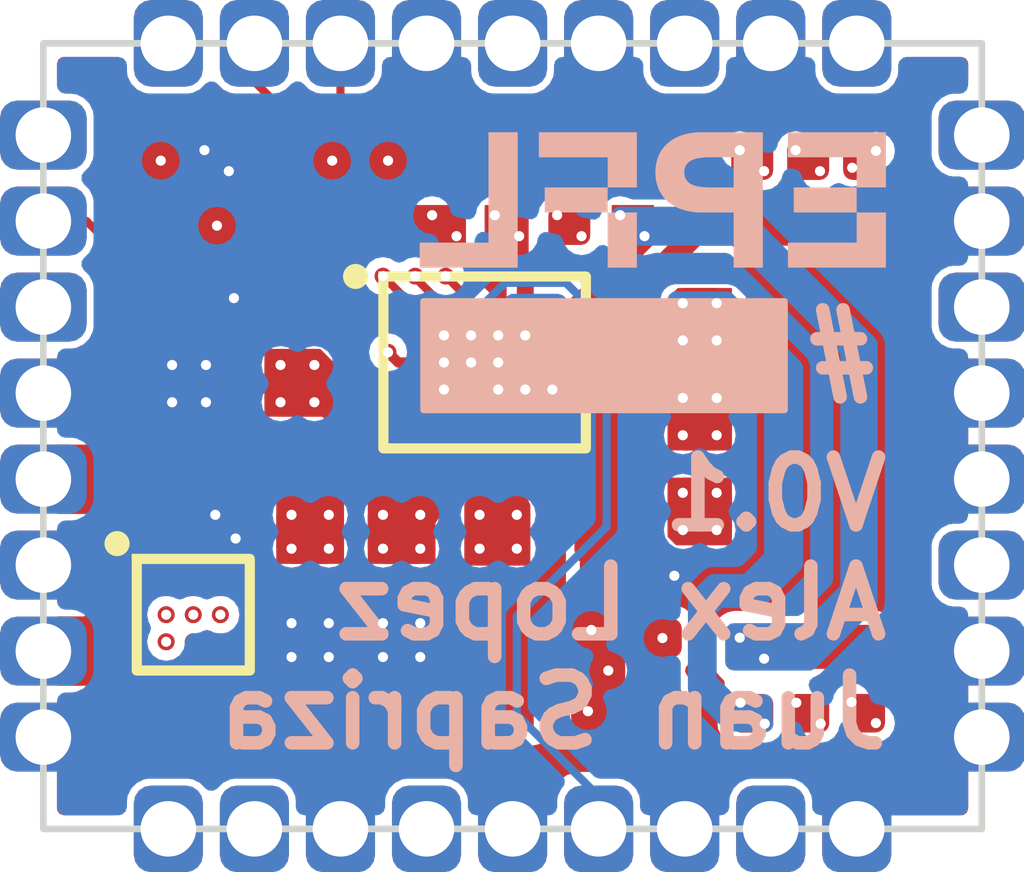
<source format=kicad_pcb>
(kicad_pcb (version 20240108) (generator "pcbnew") (generator_version "8.0")
  (layers (0 "F.Cu" signal) (1 "In1.Cu" signal) (2 "In2.Cu" signal) (3 "In3.Cu" signal) (4 "In4.Cu" signal) (31 "B.Cu" signal) (34 "B.Paste" user) (35 "F.Paste" user) (36 "B.SilkS" user "B.Silkscreen") (37 "F.SilkS" user "F.Silkscreen") (38 "B.Mask" user) (39 "F.Mask" user) (44 "Edge.Cuts" user))
  (net 0 "")
  (net 1 "GND")
  (net 2 "VBAT")
  (net 3 "Net-(U1-REG)")
  (net 4 "CHG_IN")
  (net 5 "BATT_GAUGE")
  (net 6 "VSYS")
  (net 7 "AVCC")
  (net 8 "VCORE")
  (net 9 "/[2] PMIC/LXB")
  (net 10 "/[2] PMIC/BST")
  (net 11 "VIO")
  (net 12 "/[2] PMIC/IN_LDO0")
  (net 13 "VLDO1")
  (net 14 "VLDO0")
  (net 15 "/[2] PMIC/VL")
  (net 16 "SCL")
  (net 17 "SDA")
  (net 18 "+1V8")
  (net 19 "GPIO0")
  (net 20 "GPIO1")
  (net 21 "GPIO2")
  (net 22 "ALRT")
  (net 23 "AMUX")
  (net 24 "nEN")
  (net 25 "nIRQ")
  (net 26 "nRST")
  (net 27 "/[2] PMIC/LXA")
  (net 29 "/[2] PMIC/IN_LDO1")
  (footprint "X-MODs_PcbLib:C0603" (layer "F.Cu") (at 142.4975 99.2325 180)
    (property "Reference" "C3" (hide yes))
    (property "Value" "4u70 25V" (hide yes))
  )
  (footprint "X-MODs_PcbLib:C0402" (layer "F.Cu") (at 141.7725 103.9325)
    (property "Reference" "C2" (hide yes))
    (property "Value" "470n 6V3" (hide yes))
  )
  (footprint "X-MODs_PcbLib:R0402" (layer "F.Cu") (at 142.1225 96.4325 90)
    (property "Reference" "R2" (hide yes))
    (property "Value" "0R00" (hide yes))
  )
  (footprint "X-MODs_PcbLib:C0603" (layer "F.Cu") (at 150.0475 101.1325)
    (property "Reference" "C7" (hide yes))
    (property "Value" "22u0 10V" (hide yes))
  )
  (footprint "X-MODs_PcbLib:C0402" (layer "F.Cu") (at 145.4725 96.4325 90)
    (property "Reference" "C11" (hide yes))
    (property "Value" "1u00 10V" (hide yes))
  )
  (footprint "X-MODs_PcbLib:C0603" (layer "F.Cu") (at 150.0475 98.3325)
    (property "Reference" "C9" (hide yes))
    (property "Value" "22u0 10V" (hide yes))
  )
  (footprint "X-MODs_PcbLib:R0402" (layer "F.Cu") (at 150.8475 96.4325 -90)
    (property "Reference" "R6" (hide yes))
    (property "Value" "0R00" (hide yes))
  )
  (footprint "X-MODs_PcbLib:C0402" (layer "F.Cu") (at 142.9975 98.1575 180)
    (property "Reference" "C16" (hide yes))
    (property "Value" "1u00 10V" (hide yes))
  )
  (footprint "X-MODs_PcbLib:C0402" (layer "F.Cu") (at 147.3225 96.4325 90)
    (property "Reference" "C15" (hide yes))
    (property "Value" "1u00 10V" (hide yes))
  )
  (footprint "X-MODs_PcbLib:R0402" (layer "F.Cu") (at 151.6725 103.6325 90)
    (property "Reference" "R10" (hide yes))
    (property "Value" "0R00" (hide yes))
  )
  (footprint "X-MODs_PcbLib:C0402" (layer "F.Cu") (at 141.7725 101.3575)
    (property "Reference" "C1" (hide yes))
    (property "Value" "100n 10V" (hide yes))
  )
  (footprint "X-MODs_PcbLib:C0402" (layer "F.Cu") (at 149.1975 96.4325 90)
    (property "Reference" "C13" (hide yes))
    (property "Value" "2u20 16V" (hide yes))
  )
  (footprint "X-MODs_PcbLib:L0806" (layer "F.Cu") (at 146.9475 103.4825 180)
    (property "Reference" "L1" (hide yes))
    (property "Value" "1u50" (hide yes))
  )
  (footprint "X-MODs_PcbLib:R0402" (layer "F.Cu") (at 150.8475 103.6325 90)
    (property "Reference" "R11" (hide yes))
    (property "Value" "0R00" (hide yes))
  )
  (footprint "X-MODs_PcbLib:C0402" (layer "F.Cu") (at 148.2475 96.4325 90)
    (property "Reference" "C12" (hide yes))
    (property "Value" "2u20 16V" (hide yes))
  )
  (footprint "X-MODs_PcbLib:C0402" (layer "F.Cu") (at 148.6725 103.4825 90)
    (property "Reference" "C10" (hide yes))
    (property "Value" "3n30 16V" (hide yes))
  )
  (footprint "X-MODs_PcbLib:R0402" (layer "F.Cu") (at 151.6725 96.4325 -90)
    (property "Reference" "R5" (hide yes))
    (property "Value" "0R00" (hide yes))
  )
  (footprint "X-MODs_PcbLib:C0603" (layer "F.Cu") (at 143.4975 102.2325 -90)
    (property "Reference" "C6" (hide yes))
    (property "Value" "22u0 10V" (hide yes))
  )
  (footprint "X-MODs_PcbLib:WLCSP-30_2.788x2.338mm_P0.4mm" (layer "F.Cu") (at 146.0725 98.9325)
    (property "Reference" "U2" (hide yes))
    (property "Value" "MAX77654MENV+T" (hide yes))
  )
  (footprint "X-MODs_PcbLib:C0603" (layer "F.Cu") (at 150.0475 99.7325)
    (property "Reference" "C8" (hide yes))
    (property "Value" "22u0 10V" (hide yes))
  )
  (footprint "X-MODs_PcbLib:WLCSP-9_1.468x1.448mm_P0.4mm" (layer "F.Cu") (at 141.7725 102.6575)
    (property "Reference" "U1" (hide yes))
    (property "Value" "MAX17262REWL+T" (hide yes))
  )
  (footprint "X-MODs_PcbLib:R0402" (layer "F.Cu") (at 144.6475 96.4325 -90)
    (property "Reference" "R8" (hide yes))
    (property "Value" "100K" (hide yes))
  )
  (footprint "X-MODs_PcbLib:C0603" (layer "F.Cu") (at 147.0725 101.4325)
    (property "Reference" "C5" (hide yes))
    (property "Value" "22u0 10V" (hide yes))
  )
  (footprint "X-MODs_PcbLib:R0402" (layer "F.Cu") (at 141.2925 96.4325 90)
    (property "Reference" "R1" (hide yes))
    (property "Value" "TBD" (hide yes))
  )
  (footprint "X-MODs_PcbLib:C0603" (layer "F.Cu") (at 144.8475 102.2325 -90)
    (property "Reference" "C4" (hide yes))
    (property "Value" "4u70 25V" (hide yes))
  )
  (footprint "X-MODs_PcbLib:R0402" (layer "F.Cu") (at 150.0225 103.6325 90)
    (property "Reference" "R12" (hide yes))
    (property "Value" "0R00" (hide yes))
  )
  (footprint "X-MODs_PcbLib:Power_Board_Castellated_Conn_1.27mm" (layer "F.Cu") (at 146.485 100.02)
    (property "Reference" "J1" (hide yes))
    (property "Value" "~" (hide yes))
  )
  (footprint "X-MODs_PcbLib:C0402" (layer "F.Cu") (at 146.3975 96.4325 90)
    (property "Reference" "C14" (hide yes))
    (property "Value" "1u00 10V" (hide yes))
  )
  (footprint "X-MODs_PcbLib:R0402" (layer "F.Cu") (at 150.0225 96.4325 -90)
    (property "Reference" "R7" (hide yes))
    (property "Value" "0R00" (hide yes))
  )
  (footprint "X-MODs_PcbLib:R0402" (layer "F.Cu") (at 143.8225 96.4325 -90)
    (property "Reference" "R9" (hide yes))
    (property "Value" "100K" (hide yes))
  )
  (gr_poly (pts (xy 151.56377 97.162757) (xy 150.548485 97.162757) (xy 150.548485 97.5325) (xy 151.995012 97.5325) (xy 151.995012 96.717556) (xy 151.56377 96.717556)) (stroke (width -0.000001)) (fill solid) (layer "B.SilkS"))
  (gr_rect (start 145.1725 98.0325) (end 150.4975 99.6325) (stroke (width 0.1)) (fill solid) (layer "B.SilkS"))
  (gr_poly (pts (xy 146.959711 96.717556) (xy 147.888219 96.717556) (xy 147.888219 96.347812) (xy 146.959711 96.347812)) (stroke (width -0.000001)) (fill solid) (layer "B.SilkS"))
  (gr_poly (pts (xy 150.548485 95.902611) (xy 151.56377 95.902611) (xy 151.56377 96.347812) (xy 151.995012 96.347812) (xy 151.995012 95.532868) (xy 150.548485 95.532868)) (stroke (width -0.000001)) (fill solid) (layer "B.SilkS"))
  (gr_poly (pts (xy 146.129296 97.162757) (xy 145.114014 97.162757) (xy 145.114014 97.5325) (xy 146.560539 97.5325) (xy 146.560539 95.532868) (xy 146.129296 95.532868)) (stroke (width -0.000001)) (fill solid) (layer "B.SilkS"))
  (gr_poly (pts (xy 149.244444 95.532748) (xy 149.224039 95.533386) (xy 149.203667 95.534488) (xy 149.183336 95.536052) (xy 149.163053 95.538078) (xy 149.142827 95.540563) (xy 149.122665 95.543507) (xy 149.102576 95.546909) (xy 149.082566 95.550766) (xy 149.062644 95.555079) (xy 149.042818 95.559846) (xy 149.023095 95.565065) (xy 149.003483 95.570735) (xy 148.983991 95.576855) (xy 148.964625 95.583424) (xy 148.949716 95.58904) (xy 148.934976 95.595037) (xy 148.920414 95.60141) (xy 148.906034 95.608157) (xy 148.891846 95.615271) (xy 148.877855 95.622749) (xy 148.864068 95.630587) (xy 148.850493 95.638781) (xy 148.837136 95.647325) (xy 148.824004 95.656217) (xy 148.811104 95.66545) (xy 148.798442 95.675023) (xy 148.786027 95.684929) (xy 148.773865 95.695164) (xy 148.761962 95.705725) (xy 148.750325 95.716607) (xy 148.750325 95.716608) (xy 148.740391 95.726796) (xy 148.730759 95.737242) (xy 148.721431 95.747941) (xy 148.712414 95.758884) (xy 148.703711 95.770065) (xy 148.695326 95.781476) (xy 148.687264 95.793112) (xy 148.67953 95.804964) (xy 148.672128 95.817027) (xy 148.665061 95.829293) (xy 148.658336 95.841754) (xy 148.651955 95.854405) (xy 148.645924 95.867238) (xy 148.640246 95.880247) (xy 148.634927 95.893423) (xy 148.62997 95.906761) (xy 148.621128 95.933496) (xy 148.613465 95.960497) (xy 148.606981 95.987727) (xy 148.601677 96.015146) (xy 148.59755 96.042718) (xy 148.594603 96.070404) (xy 148.592835 96.098166) (xy 148.592245 96.125966) (xy 148.592835 96.153766) (xy 148.594603 96.181528) (xy 148.59755 96.209214) (xy 148.601677 96.236786) (xy 148.606981 96.264206) (xy 148.613465 96.291435) (xy 148.621128 96.318436) (xy 148.62997 96.345171) (xy 148.634944 96.358417) (xy 148.640278 96.371502) (xy 148.645968 96.384417) (xy 148.65201 96.397157) (xy 148.658399 96.409714) (xy 148.66513 96.422082) (xy 148.6722 96.434253) (xy 148.679604 96.446221) (xy 148.687337 96.457978) (xy 148.695395 96.469519) (xy 148.703774 96.480835) (xy 148.71247 96.491921) (xy 148.721477 96.502769) (xy 148.730791 96.513372) (xy 148.740409 96.523723) (xy 148.750325 96.533816) (xy 148.762046 96.54473) (xy 148.774034 96.555318) (xy 148.786284 96.565578) (xy 148.798789 96.575503) (xy 148.811541 96.58509) (xy 148.824533 96.594335) (xy 148.837759 96.603234) (xy 148.851211 96.611781) (xy 148.864883 96.619973) (xy 148.878767 96.627805) (xy 148.892856 96.635272) (xy 148.907143 96.642372) (xy 148.921622 96.649099) (xy 148.936284 96.655448) (xy 148.951124 96.661417) (xy 148.966135 96.666999) (xy 148.98541 96.673536) (xy 149.004812 96.679629) (xy 149.024331 96.685276) (xy 149.043961 96.690476) (xy 149.063694 96.695227) (xy 149.083522 96.699529) (xy 149.103436 96.70338) (xy 149.123431 96.706779) (xy 149.143497 96.709726) (xy 149.163627 96.712217) (xy 149.183814 96.714253) (xy 149.204049 96.715832) (xy 149.224325 96.716953) (xy 149.244634 96.717615) (xy 149.264969 96.717816) (xy 149.285321 96.717556) (xy 149.7475 96.717556) (xy 149.7475 97.5325) (xy 150.178742 97.5325) (xy 150.178742 96.347812) (xy 149.7475 96.347812) (xy 149.40643 96.347812) (xy 149.388182 96.347738) (xy 149.369941 96.347389) (xy 149.351708 96.346764) (xy 149.333489 96.345863) (xy 149.315284 96.344688) (xy 149.297099 96.343237) (xy 149.278936 96.341512) (xy 149.260797 96.339512) (xy 149.244907 96.337541) (xy 149.229118 96.33498) (xy 149.213446 96.331832) (xy 149.197909 96.328102) (xy 149.182521 96.323794) (xy 149.167301 96.318911) (xy 149.152263 96.31346) (xy 149.137424 96.307442) (xy 149.131142 96.304543) (xy 149.124968 96.301449) (xy 149.118905 96.298163) (xy 149.112959 96.294689) (xy 149.107132 96.291031) (xy 149.10143 96.28719) (xy 149.095857 96.283172) (xy 149.090416 96.278979) (xy 149.085111 96.274614) (xy 149.079948 96.27008) (xy 149.074929 96.265382) (xy 149.07006 96.260522) (xy 149.065344 96.255503) (xy 149.060785 96.25033) (xy 149.056388 96.245004) (xy 149.052156 96.23953) (xy 149.047965 96.233092) (xy 149.044051 96.226509) (xy 149.040416 96.219789) (xy 149.037062 96.212941) (xy 149.033992 96.205974) (xy 149.03121 96.198898) (xy 149.028716 96.191721) (xy 149.026515 96.184452) (xy 149.024607 96.1771) (xy 149.022997 96.169675) (xy 149.021686 96.162185) (xy 149.020676 96.154639) (xy 149.019972 96.147047) (xy 149.019574 96.139417) (xy 149.019486 96.131758) (xy 149.019709 96.124079) (xy 149.019572 96.116545) (xy 149.019734 96.109033) (xy 149.020195 96.101551) (xy 149.02095 96.094107) (xy 149.021998 96.086711) (xy 149.023337 96.07937) (xy 149.024964 96.072093) (xy 149.026876 96.06489) (xy 149.029071 96.057767) (xy 149.031546 96.050734) (xy 149.0343 96.043799) (xy 149.03733 96.03697) (xy 149.040632 96.030257) (xy 149.044206 96.023667) (xy 149.048048 96.017209) (xy 149.052156 96.010892) (xy 149.056353 96.00543) (xy 149.060716 96.000117) (xy 149.065244 95.994957) (xy 149.069931 95.989954) (xy 149.074772 95.98511) (xy 149.079765 95.98043) (xy 149.084904 95.975917) (xy 149.090185 95.971574) (xy 149.095605 95.967404) (xy 149.101158 95.963411) (xy 149.10684 95.959599) (xy 149.112648 95.95597) (xy 149.118577 95.952528) (xy 149.124622 95.949276) (xy 149.13078 95.946218) (xy 149.137047 95.943358) (xy 149.151859 95.937232) (xy 149.16688 95.931688) (xy 149.182093 95.926731) (xy 149.197479 95.922366) (xy 149.213023 95.918597) (xy 149.228705 95.915428) (xy 149.24451 95.912865) (xy 149.26042 95.910911) (xy 149.278558 95.908911) (xy 149.296722 95.907186) (xy 149.314907 95.905735) (xy 149.333111 95.90456) (xy 149.351331 95.903659) (xy 149.369564 95.903034) (xy 149.387806 95.902685) (xy 149.406054 95.902611) (xy 149.7475 95.902611) (xy 149.7475 96.347812) (xy 150.178742 96.347812) (xy 150.178742 95.532868) (xy 149.285321 95.532868) (xy 149.264874 95.532575)) (stroke (width -0.000001)) (fill solid) (layer "B.SilkS"))
  (gr_poly (pts (xy 146.872935 95.902611) (xy 147.88822 95.902611) (xy 147.88822 96.347812) (xy 148.319461 96.347812) (xy 148.319461 95.532868) (xy 146.872935 95.532868)) (stroke (width -0.000001)) (fill solid) (layer "B.SilkS"))
  (gr_poly (pts (xy 150.635262 96.717556) (xy 151.56377 96.717556) (xy 151.56377 96.347812) (xy 150.635262 96.347812)) (stroke (width -0.000001)) (fill solid) (layer "B.SilkS"))
  (gr_poly (pts (xy 147.88822 97.5325) (xy 148.319461 97.5325) (xy 148.319461 96.717556) (xy 147.88822 96.717556)) (stroke (width -0.000001)) (fill solid) (layer "B.SilkS"))
  (gr_rect (start 139.56 94.22) (end 153.41 105.82) (stroke (width 0.1)) (fill none) (layer "Edge.Cuts"))
  (gr_text "V0.1\nAlex Lopez\nJuan Sapriza" (at 152.11377 104.6825 0) (layer "B.SilkS") (effects (font (size 1 1) (thickness 0.2) (bold yes)) (justify left bottom mirror)))
  (gr_text "#" (at 151.9225 99.3825 0) (layer "B.SilkS") (effects (font (size 1 0.9) (thickness 0.2) (bold yes)) (justify left bottom mirror)))
  (segment (start 142.2525 103.9325) (end 142.2525 103.1375) (width 0.25) (layer "F.Cu") (net 1))
  (segment (start 142.2525 103.1375) (end 142.1725 103.0575) (width 0.25) (layer "F.Cu") (net 1))
  (via (at 141.46 98.97) (size 0.25) (drill 0.15) (layers "F.Cu" "B.Cu") (remove_unused_layers yes) (zone_layer_connections "F.Cu" "In1.Cu" "In3.Cu" "B.Cu") (net 1))
  (via (at 142.3975 101.5325) (size 0.25) (drill 0.15) (layers "F.Cu" "B.Cu") (remove_unused_layers yes) (zone_layer_connections "F.Cu" "In1.Cu" "In3.Cu" "B.Cu") (net 1))
  (via (at 148.8725 102.0825) (size 0.25) (drill 0.15) (layers "F.Cu" "B.Cu") (remove_unused_layers yes) (zone_layer_connections "F.Cu" "In1.Cu" "In3.Cu" "B.Cu") (net 1))
  (via (at 145.1225 103.2825) (size 0.25) (drill 0.15) (layers "F.Cu" "B.Cu") (remove_unused_layers yes) (zone_layer_connections "F.Cu" "In1.Cu" "In3.Cu" "B.Cu") (net 1))
  (via (at 142.0975 101.1825) (size 0.25) (drill 0.15) (layers "F.Cu" "B.Cu") (remove_unused_layers yes) (zone_layer_connections "F.Cu" "In1.Cu" "In3.Cu" "B.Cu") (net 1))
  (via (at 143.7725 102.7825) (size 0.25) (drill 0.15) (layers "F.Cu" "B.Cu") (remove_unused_layers yes) (zone_layer_connections "F.Cu" "In1.Cu" "In3.Cu" "B.Cu") (net 1))
  (via (at 141.96 99.52) (size 0.25) (drill 0.15) (layers "F.Cu" "B.Cu") (remove_unused_layers yes) (zone_layer_connections "F.Cu" "In1.Cu" "In3.Cu" "B.Cu") (net 1))
  (via (at 145.4725 99.3325) (size 0.25) (drill 0.15) (layers "F.Cu" "B.Cu") (remove_unused_layers yes) (zone_layer_connections "F.Cu" "In1.Cu" "In3.Cu" "B.Cu") (net 1))
  (via (at 142.2975 96.1075) (size 0.25) (drill 0.15) (layers "F.Cu" "B.Cu") (remove_unused_layers yes) (zone_layer_connections "F.Cu" "In1.Cu" "In3.Cu" "B.Cu") (net 1))
  (via (at 141.96 98.97) (size 0.25) (drill 0.15) (layers "F.Cu" "B.Cu") (remove_unused_layers yes) (zone_layer_connections "F.Cu" "In1.Cu" "In3.Cu" "B.Cu") (net 1))
  (via (at 142.3725 97.9825) (size 0.25) (drill 0.15) (layers "F.Cu" "B.Cu") (remove_unused_layers yes) (zone_layer_connections "F.Cu" "In1.Cu" "In3.Cu" "B.Cu") (net 1))
  (via (at 143.2225 102.7825) (size 0.25) (drill 0.15) (layers "F.Cu" "B.Cu") (remove_unused_layers yes) (zone_layer_connections "F.Cu" "In1.Cu" "In3.Cu" "B.Cu") (net 1))
  (via (at 141.9375 95.7975) (size 0.25) (drill 0.15) (layers "F.Cu" "B.Cu") (remove_unused_layers yes) (zone_layer_connections "F.Cu" "In1.Cu" "In3.Cu" "B.Cu") (net 1))
  (via (at 145.8725 98.9325) (size 0.25) (drill 0.15) (layers "F.Cu" "B.Cu") (remove_unused_layers yes) (zone_layer_connections "F.Cu" "In1.Cu" "In3.Cu" "B.Cu") (net 1))
  (via (at 143.7725 103.2825) (size 0.25) (drill 0.15) (layers "F.Cu" "B.Cu") (remove_unused_layers yes) (zone_layer_connections "F.Cu" "In1.Cu" "In3.Cu" "B.Cu") (net 1))
  (via (at 145.1225 102.7825) (size 0.25) (drill 0.15) (layers "F.Cu" "B.Cu") (remove_unused_layers yes) (zone_layer_connections "F.Cu" "In1.Cu" "In3.Cu" "B.Cu") (net 1))
  (via (at 144.5725 102.7825) (size 0.25) (drill 0.15) (layers "F.Cu" "B.Cu") (remove_unused_layers yes) (zone_layer_connections "F.Cu" "In1.Cu" "In3.Cu" "B.Cu") (net 1))
  (via (at 143.2225 103.2825) (size 0.25) (drill 0.15) (layers "F.Cu" "B.Cu") (remove_unused_layers yes) (zone_layer_connections "F.Cu" "In1.Cu" "In3.Cu" "B.Cu") (net 1))
  (via (at 141.46 99.52) (size 0.25) (drill 0.15) (layers "F.Cu" "B.Cu") (remove_unused_layers yes) (zone_layer_connections "F.Cu" "In1.Cu" "In3.Cu" "B.Cu") (net 1))
  (via (at 144.5725 103.2825) (size 0.25) (drill 0.15) (layers "F.Cu" "B.Cu") (remove_unused_layers yes) (zone_layer_connections "F.Cu" "In1.Cu" "In3.Cu" "B.Cu") (net 1))
  (segment (start 141.7725 103.0575) (end 141.7725 103.3825) (width 0.25) (layer "F.Cu") (net 3))
  (segment (start 141.7725 103.3825) (end 141.3175 103.8375) (width 0.25) (layer "F.Cu") (net 3))
  (segment (start 141.3175 103.8375) (end 141.3175 104.0575) (width 0.25) (layer "F.Cu") (net 3))
  (segment (start 141.3175 104.0575) (end 141.3175 103.9875) (width 0.15) (layer "F.Cu") (net 3))
  (via (at 143.56 99.52) (size 0.25) (drill 0.15) (layers "F.Cu" "B.Cu") (remove_unused_layers yes) (zone_layer_connections "F.Cu" "In2.Cu") (net 4))
  (via (at 143.06 98.97) (size 0.25) (drill 0.15) (layers "F.Cu" "B.Cu") (remove_unused_layers yes) (zone_layer_connections "F.Cu" "In2.Cu") (net 4))
  (via (at 143.56 98.97) (size 0.25) (drill 0.15) (layers "F.Cu" "B.Cu") (remove_unused_layers yes) (zone_layer_connections "F.Cu" "In2.Cu") (net 4))
  (via (at 143.06 99.52) (size 0.25) (drill 0.15) (layers "F.Cu" "B.Cu") (remove_unused_layers yes) (zone_layer_connections "F.Cu" "In2.Cu") (net 4))
  (via (at 145.1225 101.1825) (size 0.25) (drill 0.15) (layers "F.Cu" "B.Cu") (remove_unused_layers yes) (zone_layer_connections "F.Cu" "In2.Cu") (net 5))
  (via (at 142.1725 102.6575) (size 0.25) (drill 0.15) (layers "F.Cu" "B.Cu") (remove_unused_layers yes) (zone_layer_connections "In2.Cu") (net 5))
  (via (at 144.5725 101.6825) (size 0.25) (drill 0.15) (layers "F.Cu" "B.Cu") (remove_unused_layers yes) (zone_layer_connections "F.Cu" "In2.Cu") (net 5))
  (via (at 145.1225 101.6825) (size 0.25) (drill 0.15) (layers "F.Cu" "B.Cu") (remove_unused_layers yes) (zone_layer_connections "F.Cu" "In2.Cu") (net 5))
  (via (at 144.5725 101.1825) (size 0.25) (drill 0.15) (layers "F.Cu" "B.Cu") (remove_unused_layers yes) (zone_layer_connections "F.Cu" "In2.Cu") (net 5))
  (via (at 145.9975 101.6825) (size 0.25) (drill 0.15) (layers "F.Cu" "B.Cu") (remove_unused_layers yes) (zone_layer_connections "F.Cu" "In2.Cu") (net 6))
  (via (at 143.7725 101.1825) (size 0.25) (drill 0.15) (layers "F.Cu" "B.Cu") (remove_unused_layers yes) (zone_layer_connections "F.Cu" "In2.Cu") (net 6))
  (via (at 145.9975 101.1825) (size 0.25) (drill 0.15) (layers "F.Cu" "B.Cu") (remove_unused_layers yes) (zone_layer_connections "F.Cu" "In2.Cu") (net 6))
  (via (at 146.5475 101.6825) (size 0.25) (drill 0.15) (layers "F.Cu" "B.Cu") (remove_unused_layers yes) (zone_layer_connections "F.Cu" "In2.Cu") (net 6))
  (via (at 143.2225 101.1825) (size 0.25) (drill 0.15) (layers "F.Cu" "B.Cu") (remove_unused_layers yes) (zone_layer_connections "F.Cu" "In2.Cu") (net 6))
  (via (at 143.7725 101.6825) (size 0.25) (drill 0.15) (layers "F.Cu" "B.Cu") (remove_unused_layers yes) (zone_layer_connections "F.Cu" "In2.Cu") (net 6))
  (via (at 143.2225 101.6825) (size 0.25) (drill 0.15) (layers "F.Cu" "B.Cu") (remove_unused_layers yes) (zone_layer_connections "F.Cu" "In2.Cu") (net 6))
  (via (at 146.5475 101.1825) (size 0.25) (drill 0.15) (layers "F.Cu" "B.Cu") (remove_unused_layers yes) (zone_layer_connections "F.Cu" "In2.Cu") (net 6))
  (via (at 149.4975 101.4075) (size 0.25) (drill 0.15) (layers "F.Cu" "B.Cu") (remove_unused_layers yes) (zone_layer_connections "F.Cu" "In4.Cu") (net 7))
  (via (at 146.2725 99.3325) (size 0.25) (drill 0.15) (layers "F.Cu" "B.Cu") (remove_unused_layers yes) (zone_layer_connections "In4.Cu") (net 7))
  (via (at 151.4875 103.9475) (size 0.25) (drill 0.15) (layers "F.Cu" "B.Cu") (remove_unused_layers yes) (zone_layer_connections "In4.Cu") (net 7))
  (via (at 148.9975 101.4075) (size 0.25) (drill 0.15) (layers "F.Cu" "B.Cu") (remove_unused_layers yes) (zone_layer_connections "F.Cu" "In4.Cu") (net 7))
  (via (at 149.4975 100.8575) (size 0.25) (drill 0.15) (layers "F.Cu" "B.Cu") (remove_unused_layers yes) (zone_layer_connections "F.Cu" "In4.Cu") (net 7))
  (via (at 151.8475 95.8075) (size 0.25) (drill 0.15) (layers "F.Cu" "B.Cu") (remove_unused_layers yes) (zone_layer_connections "In4.Cu") (net 7))
  (via (at 151.4975 96.0575) (size 0.25) (drill 0.15) (layers "F.Cu" "B.Cu") (remove_unused_layers yes) (zone_layer_connections "In4.Cu") (net 7))
  (via (at 151.8475 104.2575) (size 0.25) (drill 0.15) (layers "F.Cu" "B.Cu") (remove_unused_layers yes) (zone_layer_connections "In4.Cu") (net 7))
  (via (at 148.9975 100.8575) (size 0.25) (drill 0.15) (layers "F.Cu" "B.Cu") (remove_unused_layers yes) (zone_layer_connections "F.Cu" "In4.Cu") (net 7))
  (via (at 148.9975 99.4575) (size 0.25) (drill 0.15) (layers "F.Cu" "B.Cu") (remove_unused_layers yes) (zone_layer_connections "F.Cu" "In2.Cu" "In4.Cu") (net 8))
  (via (at 150.6625 95.7975) (size 0.25) (drill 0.15) (layers "F.Cu" "B.Cu") (remove_unused_layers yes) (zone_layer_connections "In4.Cu") (net 8))
  (via (at 150.6725 103.9575) (size 0.25) (drill 0.15) (layers "F.Cu" "B.Cu") (remove_unused_layers yes) (zone_layer_connections "In2.Cu") (net 8))
  (via (at 149.4975 100.0075) (size 0.25) (drill 0.15) (layers "F.Cu" "B.Cu") (remove_unused_layers yes) (zone_layer_connections "F.Cu" "In2.Cu" "In4.Cu") (net 8))
  (via (at 146.2725 98.9325) (size 0.25) (drill 0.15) (layers "F.Cu" "B.Cu") (remove_unused_layers yes) (zone_layer_connections "In4.Cu") (net 8))
  (via (at 151.0225 96.1075) (size 0.25) (drill 0.15) (layers "F.Cu" "B.Cu") (remove_unused_layers yes) (zone_layer_connections "In4.Cu") (net 8))
  (via (at 149.4975 99.4575) (size 0.25) (drill 0.15) (layers "F.Cu" "B.Cu") (remove_unused_layers yes) (zone_layer_connections "F.Cu" "In2.Cu" "In4.Cu") (net 8))
  (via (at 148.9975 100.0075) (size 0.25) (drill 0.15) (layers "F.Cu" "B.Cu") (remove_unused_layers yes) (zone_layer_connections "F.Cu" "In2.Cu" "In4.Cu") (net 8))
  (via (at 151.0325 104.2675) (size 0.25) (drill 0.15) (layers "F.Cu" "B.Cu") (remove_unused_layers yes) (zone_layer_connections "In2.Cu") (net 8))
  (segment (start 148.6975 103.9625) (end 147.8775 103.9625) (width 0.57) (layer "F.Cu") (net 9))
  (segment (start 147.8775 103.9625) (end 147.8275 103.9125) (width 0.57) (layer "F.Cu") (net 9))
  (via (at 147.5975 104.0825) (size 0.25) (drill 0.15) (layers "F.Cu" "B.Cu") (remove_unused_layers yes) (zone_layer_connections "In2.Cu") (net 9))
  (via (at 147.6475 102.8825) (size 0.25) (drill 0.15) (layers "F.Cu" "B.Cu") (remove_unused_layers yes) (zone_layer_connections "In2.Cu") (net 9))
  (via (at 146.6725 99.3325) (size 0.25) (drill 0.15) (layers "F.Cu" "B.Cu") (remove_unused_layers yes) (zone_layer_connections "F.Cu" "In2.Cu") (net 9))
  (via (at 147.8975 103.4825) (size 0.25) (drill 0.15) (layers "F.Cu" "B.Cu") (remove_unused_layers yes) (zone_layer_connections "In2.Cu") (net 9))
  (via (at 148.6975 103.0025) (size 0.25) (drill 0.15) (layers "F.Cu" "B.Cu") (remove_unused_layers yes) (net 10))
  (via (at 147.0725 99.3325) (size 0.25) (drill 0.15) (layers "F.Cu" "B.Cu") (remove_unused_layers yes) (net 10))
  (via (at 145.2975 96.7575) (size 0.25) (drill 0.15) (layers "F.Cu" "B.Cu") (remove_unused_layers yes) (zone_layer_connections "F.Cu" "In2.Cu") (net 11))
  (via (at 145.6575 97.0675) (size 0.25) (drill 0.15) (layers "F.Cu" "B.Cu") (remove_unused_layers yes) (zone_layer_connections "F.Cu" "In2.Cu") (net 11))
  (via (at 146.2225 96.7575) (size 0.25) (drill 0.15) (layers "F.Cu" "B.Cu") (remove_unused_layers yes) (zone_layer_connections "F.Cu" "In2.Cu") (net 13))
  (via (at 146.5825 97.0675) (size 0.25) (drill 0.15) (layers "F.Cu" "B.Cu") (remove_unused_layers yes) (zone_layer_connections "F.Cu" "In2.Cu") (net 13))
  (via (at 146.6725 98.5325) (size 0.25) (drill 0.15) (layers "F.Cu" "B.Cu") (remove_unused_layers yes) (zone_layer_connections "In2.Cu") (net 14))
  (via (at 147.1425 96.7575) (size 0.25) (drill 0.15) (layers "F.Cu" "B.Cu") (remove_unused_layers yes) (zone_layer_connections "In2.Cu") (net 14))
  (via (at 147.5025 97.0675) (size 0.25) (drill 0.15) (layers "F.Cu" "B.Cu") (remove_unused_layers yes) (zone_layer_connections "In2.Cu") (net 14))
  (segment (start 143.4725 98.1325) (end 143.4225 98.1325) (width 0.15) (layer "F.Cu") (net 15))
  (segment (start 144.6725 99.3325) (end 143.4725 98.1325) (width 0.15) (layer "F.Cu") (net 15))
  (segment (start 145.0725 99.3325) (end 144.6725 99.3325) (width 0.15) (layer "F.Cu") (net 15))
  (via (at 141.3725 102.6575) (size 0.25) (drill 0.15) (layers "F.Cu" "B.Cu") (remove_unused_layers yes) (net 16))
  (via (at 146.2725 98.5325) (size 0.25) (drill 0.15) (layers "F.Cu" "B.Cu") (remove_unused_layers yes) (net 16))
  (segment (start 145.8725 98.0325) (end 145.8725 98.1325) (width 0.12) (layer "F.Cu") (net 17))
  (segment (start 145.4975 97.6575) (end 145.8725 98.0325) (width 0.12) (layer "F.Cu") (net 17))
  (via (at 145.4975 97.6575) (size 0.25) (drill 0.15) (layers "F.Cu" "B.Cu") (remove_unused_layers yes) (net 17))
  (via (at 141.3725 103.0575) (size 0.25) (drill 0.15) (layers "F.Cu" "B.Cu") (remove_unused_layers yes) (net 17))
  (via (at 149.8375 95.7975) (size 0.25) (drill 0.15) (layers "F.Cu" "B.Cu") (remove_unused_layers yes) (zone_layer_connections "In2.Cu") (net 18))
  (via (at 141.2925 95.9525) (size 0.25) (drill 0.15) (layers "F.Cu" "B.Cu") (remove_unused_layers yes) (net 18))
  (via (at 149.4975 98.0575) (size 0.25) (drill 0.15) (layers "F.Cu" "B.Cu") (remove_unused_layers yes) (zone_layer_connections "F.Cu" "In2.Cu" "B.Cu") (net 18))
  (via (at 150.1975 96.1075) (size 0.25) (drill 0.15) (layers "F.Cu" "B.Cu") (remove_unused_layers yes) (zone_layer_connections "In2.Cu") (net 18))
  (via (at 149.8475 103.9575) (size 0.25) (drill 0.15) (layers "F.Cu" "B.Cu") (remove_unused_layers yes) (zone_layer_connections "B.Cu") (net 18))
  (via (at 149.4975 98.6075) (size 0.25) (drill 0.15) (layers "F.Cu" "B.Cu") (remove_unused_layers yes) (zone_layer_connections "F.Cu" "In2.Cu" "B.Cu") (net 18))
  (via (at 148.9975 98.6075) (size 0.25) (drill 0.15) (layers "F.Cu" "B.Cu") (remove_unused_layers yes) (zone_layer_connections "F.Cu" "In2.Cu" "B.Cu") (net 18))
  (via (at 150.2075 104.2675) (size 0.25) (drill 0.15) (layers "F.Cu" "B.Cu") (remove_unused_layers yes) (zone_layer_connections "B.Cu") (net 18))
  (via (at 148.9975 98.0575) (size 0.25) (drill 0.15) (layers "F.Cu" "B.Cu") (remove_unused_layers yes) (zone_layer_connections "F.Cu" "In2.Cu" "B.Cu") (net 18))
  (segment (start 140.86 97.5075) (end 140.1975 96.845) (width 0.12) (layer "F.Cu") (net 19))
  (segment (start 140.1975 96.845) (end 139.56 96.845) (width 0.12) (layer "F.Cu") (net 19))
  (segment (start 144.923738 98.5325) (end 143.898738 97.5075) (width 0.12) (layer "F.Cu") (net 19))
  (segment (start 143.898738 97.5075) (end 140.86 97.5075) (width 0.12) (layer "F.Cu") (net 19))
  (segment (start 145.0725 98.5325) (end 144.923738 98.5325) (width 0.12) (layer "F.Cu") (net 19))
  (segment (start 144.5725 97.6575) (end 145.0475 98.1325) (width 0.12) (layer "F.Cu") (net 20))
  (segment (start 145.0475 98.1325) (end 145.0725 98.1325) (width 0.12) (layer "F.Cu") (net 20))
  (via (at 144.5725 97.6575) (size 0.25) (drill 0.15) (layers "F.Cu" "B.Cu") (remove_unused_layers yes) (net 20))
  (via (at 145.4725 98.9325) (size 0.25) (drill 0.15) (layers "F.Cu" "B.Cu") (remove_unused_layers yes) (net 21))
  (segment (start 141.2925 96.9125) (end 142.1225 96.9125) (width 0.5) (layer "F.Cu") (net 22))
  (via (at 141.7725 102.6575) (size 0.25) (drill 0.15) (layers "F.Cu" "B.Cu") (remove_unused_layers yes) (net 22))
  (via (at 142.1225 96.9125) (size 0.25) (drill 0.15) (layers "F.Cu" "B.Cu") (remove_unused_layers yes) (net 22))
  (segment (start 144.7975 98.9325) (end 145.0725 98.9325) (width 0.15) (layer "F.Cu") (net 23))
  (segment (start 144.6475 98.7825) (end 144.7975 98.9325) (width 0.15) (layer "F.Cu") (net 23))
  (via (at 144.6475 98.7825) (size 0.25) (drill 0.15) (layers "F.Cu" "B.Cu") (remove_unused_layers yes) (net 23))
  (via (at 145.8725 98.5325) (size 0.25) (drill 0.15) (layers "F.Cu" "B.Cu") (remove_unused_layers yes) (net 24))
  (segment (start 145.8725 98.2575) (end 145.8725 98.5325) (width 0.12) (layer "B.Cu") (net 24))
  (segment (start 147.755 105.82) (end 147.755 105.34) (width 0.12) (layer "B.Cu") (net 24))
  (segment (start 146.3725 97.7575) (end 145.8725 98.2575) (width 0.12) (layer "B.Cu") (net 24))
  (segment (start 147.755 105.34) (end 146.5475 104.1325) (width 0.12) (layer "B.Cu") (net 24))
  (segment (start 146.5475 104.1325) (end 146.5475 102.6825) (width 0.12) (layer "B.Cu") (net 24))
  (segment (start 147.2725 97.7575) (end 146.3725 97.7575) (width 0.12) (layer "B.Cu") (net 24))
  (segment (start 147.8725 101.3575) (end 147.8725 98.3575) (width 0.12) (layer "B.Cu") (net 24))
  (segment (start 146.5475 102.6825) (end 147.8725 101.3575) (width 0.12) (layer "B.Cu") (net 24))
  (segment (start 147.8725 98.3575) (end 147.2725 97.7575) (width 0.12) (layer "B.Cu") (net 24))
  (segment (start 143.5225 95.2825) (end 143.1725 95.2825) (width 0.12) (layer "F.Cu") (net 25))
  (segment (start 143.1725 95.2825) (end 142.675 94.785) (width 0.12) (layer "F.Cu") (net 25))
  (segment (start 143.8225 95.5825) (end 143.5225 95.2825) (width 0.12) (layer "F.Cu") (net 25))
  (segment (start 142.675 94.785) (end 142.675 94.22) (width 0.12) (layer "F.Cu") (net 25))
  (segment (start 143.8225 95.9525) (end 143.8225 95.5825) (width 0.12) (layer "F.Cu") (net 25))
  (via (at 145.4725 98.5325) (size 0.25) (drill 0.15) (layers "F.Cu" "B.Cu") (remove_unused_layers yes) (net 25))
  (via (at 143.8225 95.9525) (size 0.25) (drill 0.15) (layers "F.Cu" "B.Cu") (remove_unused_layers yes) (net 25))
  (segment (start 145.4725 98.106262) (end 145.4725 98.1325) (width 0.12) (layer "F.Cu") (net 26))
  (segment (start 144.6475 95.6825) (end 143.945 94.98) (width 0.12) (layer "F.Cu") (net 26))
  (segment (start 145.0475 97.6575) (end 145.0475 97.681262) (width 0.12) (layer "F.Cu") (net 26))
  (segment (start 143.945 94.98) (end 143.945 94.22) (width 0.12) (layer "F.Cu") (net 26))
  (segment (start 145.0475 97.681262) (end 145.4725 98.106262) (width 0.12) (layer "F.Cu") (net 26))
  (segment (start 145.4725 98.1325) (end 145.4725 98.11712) (width 0.1) (layer "F.Cu") (net 26))
  (segment (start 144.6475 95.9525) (end 144.6475 95.6825) (width 0.12) (layer "F.Cu") (net 26))
  (via (at 144.6475 95.9525) (size 0.25) (drill 0.15) (layers "F.Cu" "B.Cu") (remove_unused_layers yes) (net 26))
  (via (at 145.0475 97.6575) (size 0.25) (drill 0.15) (layers "F.Cu" "B.Cu") (remove_unused_layers yes) (net 26))
  (via (at 148.0725 96.7575) (size 0.25) (drill 0.15) (layers "F.Cu" "B.Cu") (remove_unused_layers yes) (zone_layer_connections "F.Cu" "B.Cu") (net 29))
  (via (at 150.1975 103.3075) (size 0.25) (drill 0.15) (layers "F.Cu" "B.Cu") (remove_unused_layers yes) (zone_layer_connections "F.Cu" "B.Cu") (net 29))
  (via (at 148.4325 97.0675) (size 0.25) (drill 0.15) (layers "F.Cu" "B.Cu") (remove_unused_layers yes) (zone_layer_connections "F.Cu" "B.Cu") (net 29))
  (via (at 149.8375 102.9975) (size 0.25) (drill 0.15) (layers "F.Cu" "B.Cu") (remove_unused_layers yes) (zone_layer_connections "F.Cu" "B.Cu") (net 29))
  (zone (net 8) (net_name "VCORE") (layer "F.Cu") (priority 7) (connect_pads yes (clearance 0)) (min_thickness 0.025) (fill yes (thermal_gap 0) (thermal_bridge_width 0.025) (island_removal_mode 1) (island_area_min 10))
    (polygon (pts (xy 149.7225 99.2325) (xy 149.7225 100.2325) (xy 148.7725 100.2325) (xy 148.7725 99.2325)))
  )
  (zone (net 9) (net_name "/[2] PMIC/LXB") (layer "F.Cu") (priority 19) (connect_pads yes (clearance 0)) (min_thickness 0.025) (fill yes (thermal_gap 0) (thermal_bridge_width 0.025) (island_removal_mode 1) (island_area_min 10))
    (polygon (pts (xy 146.5475 98.8075) (xy 146.7975 98.8075) (xy 146.7975 99.4575) (xy 146.5475 99.4575)))
  )
  (zone (net 6) (net_name "VSYS") (layer "F.Cu") (priority 3) (connect_pads yes (clearance 0)) (min_thickness 0.025) (fill yes (thermal_gap 0) (thermal_bridge_width 0.025) (island_removal_mode 1) (island_area_min 10))
    (polygon (pts (xy 145.5975 99.865833) (xy 145.168928 100.5325) (xy 144.4225 100.5325) (xy 143.9975 100.9575) (xy 143.9975 101.9075) (xy 142.9975 101.9075) (xy 142.9975 100.9575) (xy 142.86 100.82) (xy 140.685 100.82) (xy 140.335 101.17) (xy 139.56 101.17) (xy 139.56 100.145) (xy 142.885 100.145) (xy 144.185 100.145) (xy 144.335 100.0325) (xy 145.2225 100.0325) (xy 145.3475 99.9075) (xy 145.3475 99.6075) (xy 145.5975 99.6075)))
  )
  (zone (net 18) (net_name "+1V8") (layer "F.Cu") (priority 1) (connect_pads yes (clearance 0)) (min_thickness 0.025) (fill yes (thermal_gap 0) (thermal_bridge_width 0.025) (island_removal_mode 1) (island_area_min 10))
    (polygon (pts (xy 149.7225 98.8325) (xy 148.822428 98.8325) (xy 148.5975 99.0575) (xy 147.2975 99.0575) (xy 146.9475 99.0575) (xy 146.9475 98.8075) (xy 147.9475 98.8075) (xy 148.9225 97.8325) (xy 149.7225 97.8325)))
  )
  (zone (net 27) (net_name "/[2] PMIC/LXA") (layer "F.Cu") (priority 6) (connect_pads yes (clearance 0)) (min_thickness 0.025) (fill yes (thermal_gap 0) (thermal_bridge_width 0.025) (island_removal_mode 1) (island_area_min 10))
    (polygon (pts (xy 146.7975 99.854722) (xy 147.2725 100.382499) (xy 147.2725 101.7825) (xy 147.2725 102.3325) (xy 146.7975 102.8075) (xy 146.7975 104.3825) (xy 145.7225 104.3825) (xy 145.7225 102.6075) (xy 145.9725 102.3575) (xy 146.5975 102.3575) (xy 146.9225 102.0325) (xy 146.9225 101.0575) (xy 146.5475 100.266875) (xy 146.5475 99.6075) (xy 146.7975 99.6075)))
  )
  (zone (net 7) (net_name "AVCC") (layer "F.Cu") (priority 8) (connect_pads yes (clearance 0)) (min_thickness 0.025) (fill yes (thermal_gap 0) (thermal_bridge_width 0.025) (island_removal_mode 1) (island_area_min 10))
    (polygon (pts (xy 149.7225 101.6325) (xy 148.8975 101.6325) (xy 148.7725 101.5075) (xy 148.7725 100.6325) (xy 149.7225 100.6325)))
  )
  (zone (net 1) (net_name "GND") (layer "F.Cu") (connect_pads yes (clearance 0.2)) (min_thickness 0.2) (fill yes (thermal_gap 0.15) (thermal_bridge_width 0.25))
    (polygon (pts (xy 139.5725 94.2325) (xy 153.3975 94.2325) (xy 153.3975 105.8325) (xy 139.5725 105.8325)))
  )
  (zone (net 11) (net_name "VIO") (layer "F.Cu") (priority 9) (connect_pads yes (clearance 0)) (min_thickness 0.025) (fill yes (thermal_gap 0) (thermal_bridge_width 0.025) (island_removal_mode 1) (island_area_min 10))
    (polygon (pts (xy 143.4975 96.6075) (xy 145.7975 96.6075) (xy 145.7975 97.2075) (xy 146.3975 97.8075) (xy 146.3975 98.2575) (xy 146.1475 98.2575) (xy 146.1475 97.9075) (xy 145.442656 97.202656) (xy 143.4975 97.202656)))
  )
  (zone (net 13) (net_name "VLDO1") (layer "F.Cu") (priority 10) (connect_pads yes (clearance 0)) (min_thickness 0.025) (fill yes (thermal_gap 0) (thermal_bridge_width 0.025) (island_removal_mode 1) (island_area_min 10))
    (polygon (pts (xy 146.0725 96.6075) (xy 146.7225 96.6075) (xy 146.7225 97.4825) (xy 146.7975 97.6825) (xy 146.7975 98.2575) (xy 146.5475 98.2575) (xy 146.5475 97.7575) (xy 146.0725 97.2825)))
  )
  (zone (net 4) (net_name "CHG_IN") (layer "F.Cu") (priority 4) (connect_pads yes (clearance 0)) (min_thickness 0.025) (fill yes (thermal_gap 0) (thermal_bridge_width 0.025) (island_removal_mode 1) (island_area_min 10))
    (polygon (pts (xy 142.8225 98.7325) (xy 143.6475 98.7325) (xy 144.5225 99.6075) (xy 145.1975 99.6075) (xy 145.1975 99.8575) (xy 143.8225 99.8575) (xy 143.673954 99.733887) (xy 142.8225 99.733013)))
  )
  (zone (net 2) (net_name "VBAT") (layer "F.Cu") (priority 11) (connect_pads yes (clearance 0)) (min_thickness 0.025) (fill yes (thermal_gap 0.1) (thermal_bridge_width 0.25) (island_removal_mode 1) (island_area_min 10))
    (polygon (pts (xy 141.5975 101.7325) (xy 141.8975 102.0325) (xy 141.8975 102.395) (xy 141.064 102.395) (xy 140.785 102.673125) (xy 140.785 103.7075) (xy 139.585 103.7075) (xy 139.585 102.6825) (xy 140.16 102.6825) (xy 140.9975 101.845) (xy 140.9975 101.0325) (xy 141.5975 101.0325)))
  )
  (zone (net 29) (net_name "/[2] PMIC/IN_LDO1") (layer "F.Cu") (priority 12) (connect_pads yes (clearance 0)) (min_thickness 0.025) (fill yes (thermal_gap 0) (thermal_bridge_width 0.025) (island_removal_mode 1) (island_area_min 10))
    (polygon (pts (xy 147.3225 98.0075) (xy 147.9475 97.3825) (xy 147.9475 96.6075) (xy 148.571818 96.6075) (xy 148.571135 97.183865) (xy 147.4975 98.2575) (xy 146.9475 98.2575) (xy 146.9475 98.0075)))
  )
  (zone (net 5) (net_name "BATT_GAUGE") (layer "F.Cu") (priority 2) (connect_pads yes (clearance 0)) (min_thickness 0.025) (fill yes (thermal_gap 0) (thermal_bridge_width 0.025) (island_removal_mode 1) (island_area_min 10))
    (polygon (pts (xy 144.3475 101.9075) (xy 145.3475 101.9075) (xy 145.3475 101.309409) (xy 145.9975 100.209408) (xy 145.9975 99.6075) (xy 145.7475 99.6075) (xy 145.7475 99.975678) (xy 145.273968 100.7075) (xy 144.455241 100.7075) (xy 144.3475 100.812735)))
  )
  (zone (net 6) (net_name "VSYS") (layer "F.Cu") (priority 1) (connect_pads yes (clearance 0)) (min_thickness 0.025) (fill yes (thermal_gap 0) (thermal_bridge_width 0.025) (island_removal_mode 1) (island_area_min 10))
    (polygon (pts (xy 146.7475 101.9325) (xy 146.7475 101.0325) (xy 146.3975 100.3325) (xy 146.3975 99.6075) (xy 146.1475 99.6075) (xy 146.1475 100.3325) (xy 145.7725 101.036071) (xy 145.7725 101.9325)))
  )
  (zone (net 29) (net_name "/[2] PMIC/IN_LDO1") (layer "F.Cu") (priority 21) (connect_pads yes (clearance 0)) (min_thickness 0.25) (fill yes (thermal_gap 0.5) (thermal_bridge_width 0.5))
    (polygon (pts (xy 151.9725 102.8075) (xy 151.9725 103.4575) (xy 149.6475 103.4575) (xy 149.6475 102.8075)))
  )
  (zone (net 12) (net_name "/[2] PMIC/IN_LDO0") (layer "F.Cu") (priority 13) (connect_pads yes (clearance 0)) (min_thickness 0.025) (fill yes (thermal_gap 0) (thermal_bridge_width 0.025) (island_removal_mode 1) (island_area_min 10))
    (polygon (pts (xy 151.8725 97.2075) (xy 149.2475 97.2075) (xy 147.7975 98.6575) (xy 146.9475 98.6575) (xy 146.9475 98.4075) (xy 147.5725 98.4075) (xy 148.8725 97.1075) (xy 148.8725 96.632702) (xy 151.8725 96.632498)))
  )
  (zone (net 29) (net_name "/[2] PMIC/IN_LDO1") (layer "B.Cu") (priority 25) (connect_pads yes (clearance 0)) (min_thickness 0.25) (fill yes (thermal_gap 0.5) (thermal_bridge_width 0.5))
    (polygon (pts (xy 147.9475 96.6325) (xy 149.8975 96.6325) (xy 151.8725 98.6075) (xy 151.8725 102.5325) (xy 150.9225 103.4825) (xy 149.6475 103.4825) (xy 149.6225 103.4575) (xy 149.6225 102.8075) (xy 149.6475 102.7825) (xy 150.7725 102.7825) (xy 151.3225 102.2325) (xy 151.3225 98.8075) (xy 149.7225 97.2075) (xy 147.9475 97.2075)))
  )
  (zone (net 18) (net_name "+1V8") (layer "B.Cu") (priority 29) (connect_pads yes (clearance 0)) (min_thickness 0.25) (fill yes (thermal_gap 0.5) (thermal_bridge_width 0.5))
    (polygon (pts (xy 148.7725 97.8825) (xy 149.6975 97.8825) (xy 150.7725 98.9575) (xy 150.7725 101.9575) (xy 150.1725 102.5575) (xy 149.5725 102.5575) (xy 149.4975 102.6325) (xy 149.4975 103.5825) (xy 149.7475 103.8325) (xy 150.3225 103.8325) (xy 150.3225 104.3825) (xy 149.6475 104.3825) (xy 149.0725 103.8075) (xy 149.0725 102.3825) (xy 149.3975 102.0575) (xy 149.8975 102.0575) (xy 150.1975 101.7575) (xy 150.1975 99.2075) (xy 149.8225 98.8325) (xy 148.7725 98.8325)))
  )
  (zone (net 1) (net_name "GND") (layer "B.Cu") (connect_pads yes (clearance 0)) (min_thickness 0.25) (fill yes (thermal_gap 0.5) (thermal_bridge_width 0.5))
    (polygon (pts (xy 139.5725 94.2325) (xy 153.3975 94.2325) (xy 153.4225 94.2575) (xy 153.4225 105.8325) (xy 139.5725 105.8325)))
  )
)
</source>
